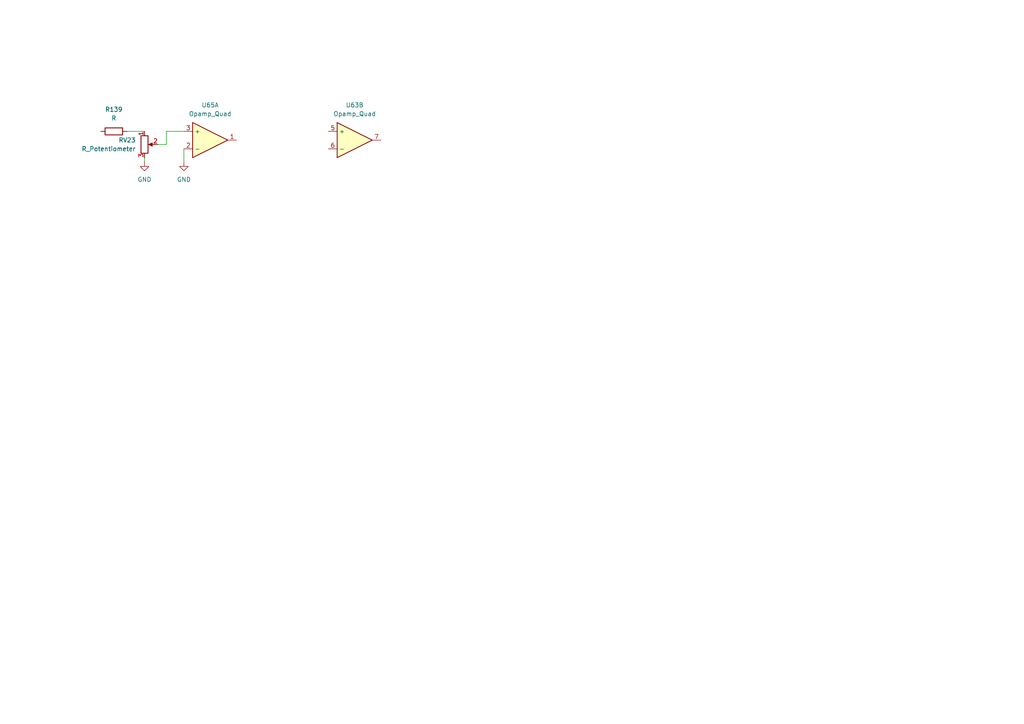
<source format=kicad_sch>
(kicad_sch (version 20230121) (generator eeschema)

  (uuid 33290445-7112-4559-a80e-02765ed8d4c7)

  (paper "A4")

  (lib_symbols
    (symbol "Device:Opamp_Quad" (in_bom yes) (on_board yes)
      (property "Reference" "U" (at 0 5.08 0)
        (effects (font (size 1.27 1.27)) (justify left))
      )
      (property "Value" "Opamp_Quad" (at 0 -5.08 0)
        (effects (font (size 1.27 1.27)) (justify left))
      )
      (property "Footprint" "" (at 0 0 0)
        (effects (font (size 1.27 1.27)) hide)
      )
      (property "Datasheet" "~" (at 0 0 0)
        (effects (font (size 1.27 1.27)) hide)
      )
      (property "ki_locked" "" (at 0 0 0)
        (effects (font (size 1.27 1.27)))
      )
      (property "ki_keywords" "quad opamp" (at 0 0 0)
        (effects (font (size 1.27 1.27)) hide)
      )
      (property "ki_description" "Quad operational amplifier" (at 0 0 0)
        (effects (font (size 1.27 1.27)) hide)
      )
      (property "ki_fp_filters" "SOIC*3.9x8.7mm*P1.27mm* DIP*W7.62mm* TSSOP*4.4x5mm*P0.65mm* SSOP*5.3x6.2mm*P0.65mm*" (at 0 0 0)
        (effects (font (size 1.27 1.27)) hide)
      )
      (symbol "Opamp_Quad_1_1"
        (polyline
          (pts
            (xy -5.08 5.08)
            (xy 5.08 0)
            (xy -5.08 -5.08)
            (xy -5.08 5.08)
          )
          (stroke (width 0.254) (type default))
          (fill (type background))
        )
        (pin output line (at 7.62 0 180) (length 2.54)
          (name "~" (effects (font (size 1.27 1.27))))
          (number "1" (effects (font (size 1.27 1.27))))
        )
        (pin input line (at -7.62 -2.54 0) (length 2.54)
          (name "-" (effects (font (size 1.27 1.27))))
          (number "2" (effects (font (size 1.27 1.27))))
        )
        (pin input line (at -7.62 2.54 0) (length 2.54)
          (name "+" (effects (font (size 1.27 1.27))))
          (number "3" (effects (font (size 1.27 1.27))))
        )
      )
      (symbol "Opamp_Quad_2_1"
        (polyline
          (pts
            (xy -5.08 5.08)
            (xy 5.08 0)
            (xy -5.08 -5.08)
            (xy -5.08 5.08)
          )
          (stroke (width 0.254) (type default))
          (fill (type background))
        )
        (pin input line (at -7.62 2.54 0) (length 2.54)
          (name "+" (effects (font (size 1.27 1.27))))
          (number "5" (effects (font (size 1.27 1.27))))
        )
        (pin input line (at -7.62 -2.54 0) (length 2.54)
          (name "-" (effects (font (size 1.27 1.27))))
          (number "6" (effects (font (size 1.27 1.27))))
        )
        (pin output line (at 7.62 0 180) (length 2.54)
          (name "~" (effects (font (size 1.27 1.27))))
          (number "7" (effects (font (size 1.27 1.27))))
        )
      )
      (symbol "Opamp_Quad_3_1"
        (polyline
          (pts
            (xy -5.08 5.08)
            (xy 5.08 0)
            (xy -5.08 -5.08)
            (xy -5.08 5.08)
          )
          (stroke (width 0.254) (type default))
          (fill (type background))
        )
        (pin input line (at -7.62 2.54 0) (length 2.54)
          (name "+" (effects (font (size 1.27 1.27))))
          (number "10" (effects (font (size 1.27 1.27))))
        )
        (pin output line (at 7.62 0 180) (length 2.54)
          (name "~" (effects (font (size 1.27 1.27))))
          (number "8" (effects (font (size 1.27 1.27))))
        )
        (pin input line (at -7.62 -2.54 0) (length 2.54)
          (name "-" (effects (font (size 1.27 1.27))))
          (number "9" (effects (font (size 1.27 1.27))))
        )
      )
      (symbol "Opamp_Quad_4_1"
        (polyline
          (pts
            (xy -5.08 5.08)
            (xy 5.08 0)
            (xy -5.08 -5.08)
            (xy -5.08 5.08)
          )
          (stroke (width 0.254) (type default))
          (fill (type background))
        )
        (pin input line (at -7.62 2.54 0) (length 2.54)
          (name "+" (effects (font (size 1.27 1.27))))
          (number "12" (effects (font (size 1.27 1.27))))
        )
        (pin input line (at -7.62 -2.54 0) (length 2.54)
          (name "-" (effects (font (size 1.27 1.27))))
          (number "13" (effects (font (size 1.27 1.27))))
        )
        (pin output line (at 7.62 0 180) (length 2.54)
          (name "~" (effects (font (size 1.27 1.27))))
          (number "14" (effects (font (size 1.27 1.27))))
        )
      )
      (symbol "Opamp_Quad_5_1"
        (pin power_in line (at -2.54 -7.62 90) (length 3.81)
          (name "V-" (effects (font (size 1.27 1.27))))
          (number "11" (effects (font (size 1.27 1.27))))
        )
        (pin power_in line (at -2.54 7.62 270) (length 3.81)
          (name "V+" (effects (font (size 1.27 1.27))))
          (number "4" (effects (font (size 1.27 1.27))))
        )
      )
    )
    (symbol "Device:R" (pin_numbers hide) (pin_names (offset 0)) (in_bom yes) (on_board yes)
      (property "Reference" "R" (at 2.032 0 90)
        (effects (font (size 1.27 1.27)))
      )
      (property "Value" "R" (at 0 0 90)
        (effects (font (size 1.27 1.27)))
      )
      (property "Footprint" "" (at -1.778 0 90)
        (effects (font (size 1.27 1.27)) hide)
      )
      (property "Datasheet" "~" (at 0 0 0)
        (effects (font (size 1.27 1.27)) hide)
      )
      (property "ki_keywords" "R res resistor" (at 0 0 0)
        (effects (font (size 1.27 1.27)) hide)
      )
      (property "ki_description" "Resistor" (at 0 0 0)
        (effects (font (size 1.27 1.27)) hide)
      )
      (property "ki_fp_filters" "R_*" (at 0 0 0)
        (effects (font (size 1.27 1.27)) hide)
      )
      (symbol "R_0_1"
        (rectangle (start -1.016 -2.54) (end 1.016 2.54)
          (stroke (width 0.254) (type default))
          (fill (type none))
        )
      )
      (symbol "R_1_1"
        (pin passive line (at 0 3.81 270) (length 1.27)
          (name "~" (effects (font (size 1.27 1.27))))
          (number "1" (effects (font (size 1.27 1.27))))
        )
        (pin passive line (at 0 -3.81 90) (length 1.27)
          (name "~" (effects (font (size 1.27 1.27))))
          (number "2" (effects (font (size 1.27 1.27))))
        )
      )
    )
    (symbol "Device:R_Potentiometer" (pin_names (offset 1.016) hide) (in_bom yes) (on_board yes)
      (property "Reference" "RV" (at -4.445 0 90)
        (effects (font (size 1.27 1.27)))
      )
      (property "Value" "R_Potentiometer" (at -2.54 0 90)
        (effects (font (size 1.27 1.27)))
      )
      (property "Footprint" "" (at 0 0 0)
        (effects (font (size 1.27 1.27)) hide)
      )
      (property "Datasheet" "~" (at 0 0 0)
        (effects (font (size 1.27 1.27)) hide)
      )
      (property "ki_keywords" "resistor variable" (at 0 0 0)
        (effects (font (size 1.27 1.27)) hide)
      )
      (property "ki_description" "Potentiometer" (at 0 0 0)
        (effects (font (size 1.27 1.27)) hide)
      )
      (property "ki_fp_filters" "Potentiometer*" (at 0 0 0)
        (effects (font (size 1.27 1.27)) hide)
      )
      (symbol "R_Potentiometer_0_1"
        (polyline
          (pts
            (xy 2.54 0)
            (xy 1.524 0)
          )
          (stroke (width 0) (type default))
          (fill (type none))
        )
        (polyline
          (pts
            (xy 1.143 0)
            (xy 2.286 0.508)
            (xy 2.286 -0.508)
            (xy 1.143 0)
          )
          (stroke (width 0) (type default))
          (fill (type outline))
        )
        (rectangle (start 1.016 2.54) (end -1.016 -2.54)
          (stroke (width 0.254) (type default))
          (fill (type none))
        )
      )
      (symbol "R_Potentiometer_1_1"
        (pin passive line (at 0 3.81 270) (length 1.27)
          (name "1" (effects (font (size 1.27 1.27))))
          (number "1" (effects (font (size 1.27 1.27))))
        )
        (pin passive line (at 3.81 0 180) (length 1.27)
          (name "2" (effects (font (size 1.27 1.27))))
          (number "2" (effects (font (size 1.27 1.27))))
        )
        (pin passive line (at 0 -3.81 90) (length 1.27)
          (name "3" (effects (font (size 1.27 1.27))))
          (number "3" (effects (font (size 1.27 1.27))))
        )
      )
    )
    (symbol "PCM_4ms_Power-symbol:GND" (power) (pin_names (offset 0)) (in_bom yes) (on_board yes)
      (property "Reference" "#PWR" (at 0 -6.35 0)
        (effects (font (size 1.27 1.27)) hide)
      )
      (property "Value" "GND" (at 0 -3.81 0)
        (effects (font (size 1.27 1.27)))
      )
      (property "Footprint" "" (at 0 0 0)
        (effects (font (size 1.27 1.27)) hide)
      )
      (property "Datasheet" "" (at 0 0 0)
        (effects (font (size 1.27 1.27)) hide)
      )
      (symbol "GND_0_1"
        (polyline
          (pts
            (xy 0 0)
            (xy 0 -1.27)
            (xy 1.27 -1.27)
            (xy 0 -2.54)
            (xy -1.27 -1.27)
            (xy 0 -1.27)
          )
          (stroke (width 0) (type default))
          (fill (type none))
        )
      )
      (symbol "GND_1_1"
        (pin power_in line (at 0 0 270) (length 0) hide
          (name "GND" (effects (font (size 1.27 1.27))))
          (number "1" (effects (font (size 1.27 1.27))))
        )
      )
    )
  )


  (wire (pts (xy 41.91 45.72) (xy 41.91 46.99))
    (stroke (width 0) (type default))
    (uuid 0afed3e3-463d-4f0c-a102-ce0ef4b56ef4)
  )
  (wire (pts (xy 48.26 41.91) (xy 48.26 38.1))
    (stroke (width 0) (type default))
    (uuid 1e9f28ed-4f39-4cab-9a94-9689bbd4dbcd)
  )
  (wire (pts (xy 45.72 41.91) (xy 48.26 41.91))
    (stroke (width 0) (type default))
    (uuid 2f9e93a0-cca2-4a69-9c0a-9c0d42419fd9)
  )
  (wire (pts (xy 36.83 38.1) (xy 41.91 38.1))
    (stroke (width 0) (type default))
    (uuid 5790b639-88c9-49bb-8d37-f878d6d55faf)
  )
  (wire (pts (xy 53.34 43.18) (xy 53.34 46.99))
    (stroke (width 0) (type default))
    (uuid b0a594c4-89b2-4696-96f4-a4f2295f50ef)
  )
  (wire (pts (xy 48.26 38.1) (xy 53.34 38.1))
    (stroke (width 0) (type default))
    (uuid ff7bc1c6-8776-410e-ac1e-ce0671fc66fe)
  )

  (symbol (lib_id "Device:R") (at 33.02 38.1 90) (unit 1)
    (in_bom yes) (on_board yes) (dnp no) (fields_autoplaced)
    (uuid 2b9b7dff-b452-4b19-acf5-906955515658)
    (property "Reference" "R139" (at 33.02 31.75 90)
      (effects (font (size 1.27 1.27)))
    )
    (property "Value" "R" (at 33.02 34.29 90)
      (effects (font (size 1.27 1.27)))
    )
    (property "Footprint" "" (at 33.02 39.878 90)
      (effects (font (size 1.27 1.27)) hide)
    )
    (property "Datasheet" "~" (at 33.02 38.1 0)
      (effects (font (size 1.27 1.27)) hide)
    )
    (pin "1" (uuid 0f3bf2ac-e4e6-41b1-9ce3-2d0751eadda0))
    (pin "2" (uuid 2295f059-a0fc-4fc1-a2e3-5dff20ee2897))
    (instances
      (project "szinti"
        (path "/c9b1620a-569f-4770-8753-fedfc7271ef5/04660dd6-932c-49c4-8d20-d1e5e1ca2749"
          (reference "R139") (unit 1)
        )
      )
    )
  )

  (symbol (lib_id "Device:Opamp_Quad") (at 102.87 40.64 0) (unit 2)
    (in_bom yes) (on_board yes) (dnp no) (fields_autoplaced)
    (uuid 2dda31a5-450f-4731-b8dd-36f9f92b69d7)
    (property "Reference" "U63" (at 102.87 30.48 0)
      (effects (font (size 1.27 1.27)))
    )
    (property "Value" "Opamp_Quad" (at 102.87 33.02 0)
      (effects (font (size 1.27 1.27)))
    )
    (property "Footprint" "" (at 102.87 40.64 0)
      (effects (font (size 1.27 1.27)) hide)
    )
    (property "Datasheet" "~" (at 102.87 40.64 0)
      (effects (font (size 1.27 1.27)) hide)
    )
    (pin "1" (uuid d021ec58-452e-4176-9ed3-b8213fed40d7))
    (pin "2" (uuid aeb2d357-b955-464c-b342-8c95bfff2396))
    (pin "3" (uuid e6b462a1-19a2-40b1-89c7-05cc67211747))
    (pin "5" (uuid 1bd1cb4b-7703-4b99-a96c-2693fbb46b4a))
    (pin "6" (uuid 81f8fd69-3493-4d0e-9f99-23cd55eeb56a))
    (pin "7" (uuid 784d9e87-9d8f-4c82-9294-87f3eaae1b40))
    (pin "10" (uuid 91a449fc-e0e1-484a-b394-165955ec31b8))
    (pin "8" (uuid 4969ad61-425e-4757-b56f-04d7c4964041))
    (pin "9" (uuid 9960b7ae-bd54-4eaf-841b-da60a59a5ed4))
    (pin "12" (uuid 163f4518-4f7e-40e9-a6be-abfd8d695eeb))
    (pin "13" (uuid f8425e47-0bec-45ff-870d-c1196b64f2ff))
    (pin "14" (uuid 58243cc1-67ac-4e5d-9c45-af51d17f8405))
    (pin "11" (uuid 6266d8e9-c4eb-40b4-ae6e-279d9a0579ee))
    (pin "4" (uuid 4b224b5e-586f-4178-b6c9-2a41fc57b249))
    (instances
      (project "szinti"
        (path "/c9b1620a-569f-4770-8753-fedfc7271ef5/04660dd6-932c-49c4-8d20-d1e5e1ca2749"
          (reference "U63") (unit 2)
        )
      )
    )
  )

  (symbol (lib_id "Device:Opamp_Quad") (at 60.96 40.64 0) (unit 1)
    (in_bom yes) (on_board yes) (dnp no) (fields_autoplaced)
    (uuid 5dc2344b-c495-463f-a377-19ecca370f9b)
    (property "Reference" "U65" (at 60.96 30.48 0)
      (effects (font (size 1.27 1.27)))
    )
    (property "Value" "Opamp_Quad" (at 60.96 33.02 0)
      (effects (font (size 1.27 1.27)))
    )
    (property "Footprint" "" (at 60.96 40.64 0)
      (effects (font (size 1.27 1.27)) hide)
    )
    (property "Datasheet" "~" (at 60.96 40.64 0)
      (effects (font (size 1.27 1.27)) hide)
    )
    (pin "1" (uuid 75541c9a-3796-4309-b73b-61e07bfbbd7a))
    (pin "2" (uuid a5c97669-4d71-474b-afb8-9e91ad62aa7c))
    (pin "3" (uuid 7af5ec18-e76f-44a7-81d4-922e277cad7d))
    (pin "5" (uuid 98dad4da-41d6-4a59-8ede-7b233ef232ed))
    (pin "6" (uuid 4e099dc9-3050-48c8-ae53-e4a24b86e0a0))
    (pin "7" (uuid 2ada123d-0ef6-4355-bf79-6cd13f0972b4))
    (pin "10" (uuid b8d734f3-b07b-47ca-bbed-7f4702fe46e7))
    (pin "8" (uuid 86377dc9-b01c-4fa4-8c8a-a48cb5b00266))
    (pin "9" (uuid 2893efbd-a18a-42a2-953b-6a8dd597e6e6))
    (pin "12" (uuid 382b99e7-85df-44da-b287-16968633931c))
    (pin "13" (uuid 7ab75354-4578-4333-999b-c43d3545b82d))
    (pin "14" (uuid e69191e1-a5f4-473f-a052-981bcd0bee44))
    (pin "11" (uuid 0246d131-f36a-4eda-9d30-185664612ef1))
    (pin "4" (uuid 5d8363cd-e30a-4991-bee0-d62a19b94cda))
    (instances
      (project "szinti"
        (path "/c9b1620a-569f-4770-8753-fedfc7271ef5/04660dd6-932c-49c4-8d20-d1e5e1ca2749"
          (reference "U65") (unit 1)
        )
      )
    )
  )

  (symbol (lib_id "PCM_4ms_Power-symbol:GND") (at 41.91 46.99 0) (unit 1)
    (in_bom yes) (on_board yes) (dnp no) (fields_autoplaced)
    (uuid c6e4d8d6-ca6b-42c7-9813-bde82cc911ea)
    (property "Reference" "#PWR071" (at 41.91 53.34 0)
      (effects (font (size 1.27 1.27)) hide)
    )
    (property "Value" "GND" (at 41.91 52.07 0)
      (effects (font (size 1.27 1.27)))
    )
    (property "Footprint" "" (at 41.91 46.99 0)
      (effects (font (size 1.27 1.27)) hide)
    )
    (property "Datasheet" "" (at 41.91 46.99 0)
      (effects (font (size 1.27 1.27)) hide)
    )
    (pin "1" (uuid 12325cf2-0c75-4e65-bd9e-a03eaadd5739))
    (instances
      (project "szinti"
        (path "/c9b1620a-569f-4770-8753-fedfc7271ef5/04660dd6-932c-49c4-8d20-d1e5e1ca2749"
          (reference "#PWR071") (unit 1)
        )
      )
    )
  )

  (symbol (lib_id "PCM_4ms_Power-symbol:GND") (at 53.34 46.99 0) (unit 1)
    (in_bom yes) (on_board yes) (dnp no) (fields_autoplaced)
    (uuid f5b1d2eb-63d8-4f6f-9922-779d5166509d)
    (property "Reference" "#PWR072" (at 53.34 53.34 0)
      (effects (font (size 1.27 1.27)) hide)
    )
    (property "Value" "GND" (at 53.34 52.07 0)
      (effects (font (size 1.27 1.27)))
    )
    (property "Footprint" "" (at 53.34 46.99 0)
      (effects (font (size 1.27 1.27)) hide)
    )
    (property "Datasheet" "" (at 53.34 46.99 0)
      (effects (font (size 1.27 1.27)) hide)
    )
    (pin "1" (uuid 599130a5-b01d-4783-be4b-78ba6708c415))
    (instances
      (project "szinti"
        (path "/c9b1620a-569f-4770-8753-fedfc7271ef5/04660dd6-932c-49c4-8d20-d1e5e1ca2749"
          (reference "#PWR072") (unit 1)
        )
      )
    )
  )

  (symbol (lib_id "Device:R_Potentiometer") (at 41.91 41.91 0) (unit 1)
    (in_bom yes) (on_board yes) (dnp no) (fields_autoplaced)
    (uuid f9d75371-4450-4b37-80b2-ce24a44f4f8c)
    (property "Reference" "RV23" (at 39.37 40.64 0)
      (effects (font (size 1.27 1.27)) (justify right))
    )
    (property "Value" "R_Potentiometer" (at 39.37 43.18 0)
      (effects (font (size 1.27 1.27)) (justify right))
    )
    (property "Footprint" "" (at 41.91 41.91 0)
      (effects (font (size 1.27 1.27)) hide)
    )
    (property "Datasheet" "~" (at 41.91 41.91 0)
      (effects (font (size 1.27 1.27)) hide)
    )
    (pin "1" (uuid bad00211-7e9c-4bee-8374-74ddac3c6b32))
    (pin "2" (uuid c425907b-3616-4380-9cc5-e521d7518914))
    (pin "3" (uuid 9161cfa4-0a51-4790-b4cf-5c9fe7cc3379))
    (instances
      (project "szinti"
        (path "/c9b1620a-569f-4770-8753-fedfc7271ef5/04660dd6-932c-49c4-8d20-d1e5e1ca2749"
          (reference "RV23") (unit 1)
        )
      )
    )
  )
)

</source>
